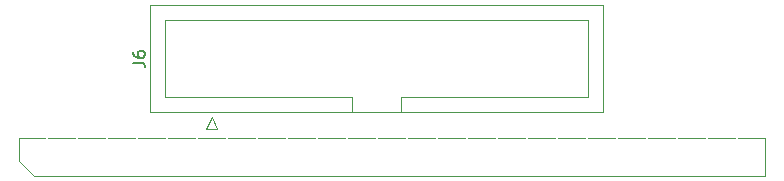
<source format=gto>
G04 #@! TF.GenerationSoftware,KiCad,Pcbnew,(5.1.10)-1*
G04 #@! TF.CreationDate,2021-10-24T19:08:20-07:00*
G04 #@! TF.ProjectId,Atari130MX-adapter,41746172-6931-4333-904d-582d61646170,rev?*
G04 #@! TF.SameCoordinates,Original*
G04 #@! TF.FileFunction,Legend,Top*
G04 #@! TF.FilePolarity,Positive*
%FSLAX46Y46*%
G04 Gerber Fmt 4.6, Leading zero omitted, Abs format (unit mm)*
G04 Created by KiCad (PCBNEW (5.1.10)-1) date 2021-10-24 19:08:20*
%MOMM*%
%LPD*%
G01*
G04 APERTURE LIST*
%ADD10C,0.120000*%
%ADD11C,0.150000*%
%ADD12O,1.524000X2.540000*%
%ADD13C,1.700000*%
G04 APERTURE END LIST*
D10*
X101330000Y-29945000D02*
X163160000Y-29945000D01*
X100060000Y-26770000D02*
X163160000Y-26770000D01*
X100060000Y-26770000D02*
X100060000Y-28675000D01*
X163160000Y-26770000D02*
X163160000Y-29945000D01*
X101330000Y-29945000D02*
X100060000Y-28675000D01*
X116830000Y-25960000D02*
X116330000Y-24960000D01*
X115830000Y-25960000D02*
X116830000Y-25960000D01*
X116330000Y-24960000D02*
X115830000Y-25960000D01*
X132350000Y-23260000D02*
X132350000Y-24570000D01*
X132350000Y-23260000D02*
X132350000Y-23260000D01*
X148180000Y-23260000D02*
X132350000Y-23260000D01*
X148180000Y-16760000D02*
X148180000Y-23260000D01*
X112420000Y-16760000D02*
X148180000Y-16760000D01*
X112420000Y-23260000D02*
X112420000Y-16760000D01*
X128250000Y-23260000D02*
X112420000Y-23260000D01*
X128250000Y-24570000D02*
X128250000Y-23260000D01*
X149480000Y-24570000D02*
X111120000Y-24570000D01*
X149480000Y-15450000D02*
X149480000Y-24570000D01*
X111120000Y-15450000D02*
X149480000Y-15450000D01*
X111120000Y-24570000D02*
X111120000Y-15450000D01*
D11*
X109682380Y-20343333D02*
X110396666Y-20343333D01*
X110539523Y-20390952D01*
X110634761Y-20486190D01*
X110682380Y-20629047D01*
X110682380Y-20724285D01*
X109682380Y-19438571D02*
X109682380Y-19629047D01*
X109730000Y-19724285D01*
X109777619Y-19771904D01*
X109920476Y-19867142D01*
X110110952Y-19914761D01*
X110491904Y-19914761D01*
X110587142Y-19867142D01*
X110634761Y-19819523D01*
X110682380Y-19724285D01*
X110682380Y-19533809D01*
X110634761Y-19438571D01*
X110587142Y-19390952D01*
X110491904Y-19343333D01*
X110253809Y-19343333D01*
X110158571Y-19390952D01*
X110110952Y-19438571D01*
X110063333Y-19533809D01*
X110063333Y-19724285D01*
X110110952Y-19819523D01*
X110158571Y-19867142D01*
X110253809Y-19914761D01*
%LPC*%
D12*
X160820000Y-28040000D03*
X158280000Y-28040000D03*
X155740000Y-28040000D03*
X153200000Y-28040000D03*
X150660000Y-28040000D03*
X148120000Y-28040000D03*
X145580000Y-28040000D03*
X143040000Y-28040000D03*
X140500000Y-28040000D03*
X137960000Y-28040000D03*
X135420000Y-28040000D03*
X132880000Y-28040000D03*
X130340000Y-28040000D03*
X127800000Y-28040000D03*
X125260000Y-28040000D03*
X122720000Y-28040000D03*
X120180000Y-28040000D03*
X117640000Y-28040000D03*
X115100000Y-28040000D03*
X112560000Y-28040000D03*
X110020000Y-28040000D03*
X107480000Y-28040000D03*
X104940000Y-28040000D03*
X102400000Y-28040000D03*
D13*
X144270000Y-18740000D03*
X141730000Y-18740000D03*
X139190000Y-18740000D03*
X136650000Y-18740000D03*
X134110000Y-18740000D03*
X131570000Y-18740000D03*
X129030000Y-18740000D03*
X126490000Y-18740000D03*
X123950000Y-18740000D03*
X121410000Y-18740000D03*
X118870000Y-18740000D03*
X116330000Y-18740000D03*
X144270000Y-21280000D03*
X141730000Y-21280000D03*
X139190000Y-21280000D03*
X136650000Y-21280000D03*
X134110000Y-21280000D03*
X131570000Y-21280000D03*
X129030000Y-21280000D03*
X126490000Y-21280000D03*
X123950000Y-21280000D03*
X121410000Y-21280000D03*
X118870000Y-21280000D03*
G36*
G01*
X116930000Y-22130000D02*
X115730000Y-22130000D01*
G75*
G02*
X115480000Y-21880000I0J250000D01*
G01*
X115480000Y-20680000D01*
G75*
G02*
X115730000Y-20430000I250000J0D01*
G01*
X116930000Y-20430000D01*
G75*
G02*
X117180000Y-20680000I0J-250000D01*
G01*
X117180000Y-21880000D01*
G75*
G02*
X116930000Y-22130000I-250000J0D01*
G01*
G37*
M02*

</source>
